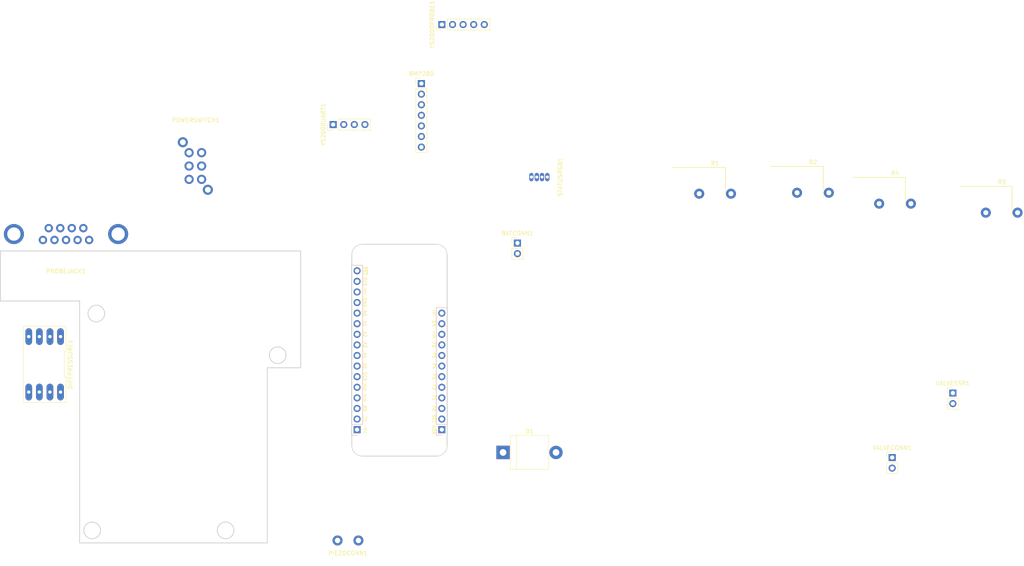
<source format=kicad_pcb>
(kicad_pcb (version 20171130) (host pcbnew 5.1.4-e60b266~84~ubuntu18.04.1)

  (general
    (thickness 1.6)
    (drawings 139)
    (tracks 0)
    (zones 0)
    (modules 22)
    (nets 29)
  )

  (page A4)
  (title_block
    (title WaveGlideNG)
  )

  (layers
    (0 F.Cu signal)
    (31 B.Cu signal)
    (32 B.Adhes user)
    (33 F.Adhes user)
    (34 B.Paste user)
    (35 F.Paste user)
    (36 B.SilkS user)
    (37 F.SilkS user)
    (38 B.Mask user)
    (39 F.Mask user)
    (40 Dwgs.User user)
    (41 Cmts.User user)
    (42 Eco1.User user)
    (43 Eco2.User user)
    (44 Edge.Cuts user)
    (45 Margin user)
    (46 B.CrtYd user)
    (47 F.CrtYd user)
    (48 B.Fab user)
    (49 F.Fab user)
  )

  (setup
    (last_trace_width 0.25)
    (trace_clearance 0.2)
    (zone_clearance 0.508)
    (zone_45_only no)
    (trace_min 0.2)
    (via_size 0.8)
    (via_drill 0.4)
    (via_min_size 0.4)
    (via_min_drill 0.3)
    (uvia_size 0.3)
    (uvia_drill 0.1)
    (uvias_allowed no)
    (uvia_min_size 0.2)
    (uvia_min_drill 0.1)
    (edge_width 0.15)
    (segment_width 0.2)
    (pcb_text_width 0.3)
    (pcb_text_size 1.5 1.5)
    (mod_edge_width 0.15)
    (mod_text_size 1 1)
    (mod_text_width 0.15)
    (pad_size 1.524 1.524)
    (pad_drill 0.762)
    (pad_to_mask_clearance 0.051)
    (solder_mask_min_width 0.25)
    (aux_axis_origin 0 0)
    (visible_elements FFFFFF7F)
    (pcbplotparams
      (layerselection 0x010fc_ffffffff)
      (usegerberextensions false)
      (usegerberattributes false)
      (usegerberadvancedattributes false)
      (creategerberjobfile false)
      (excludeedgelayer true)
      (linewidth 0.100000)
      (plotframeref false)
      (viasonmask false)
      (mode 1)
      (useauxorigin false)
      (hpglpennumber 1)
      (hpglpenspeed 20)
      (hpglpendiameter 15.000000)
      (psnegative false)
      (psa4output false)
      (plotreference true)
      (plotvalue true)
      (plotinvisibletext false)
      (padsonsilk false)
      (subtractmaskfromsilk false)
      (outputformat 1)
      (mirror false)
      (drillshape 1)
      (scaleselection 1)
      (outputdirectory ""))
  )

  (net 0 "")
  (net 1 /TX)
  (net 2 /RX)
  (net 3 /MISO)
  (net 4 /MOSI)
  (net 5 /SCK)
  (net 6 GND)
  (net 7 +3V3)
  (net 8 /VBAT)
  (net 9 OUT_BMP280_CS)
  (net 10 IN_DIFFPRES)
  (net 11 IN_USER2)
  (net 12 IN_USER1)
  (net 13 OUT_PIEZO1)
  (net 14 OUT_PIEZO2)
  (net 15 OUT_GREEN)
  (net 16 OUT_BLUE)
  (net 17 OUT_RED)
  (net 18 OUT_VALVE)
  (net 19 "Net-(D1-Pad1)")
  (net 20 "Net-(R1-Pad2)")
  (net 21 "Net-(R2-Pad2)")
  (net 22 "Net-(R3-Pad2)")
  (net 23 "Net-(R4-Pad1)")
  (net 24 PHOTO_CA)
  (net 25 PHOTO_AN)
  (net 26 RED_CA)
  (net 27 RED_AN)
  (net 28 POWERDISABLE)

  (net_class Default "This is the default net class."
    (clearance 0.2)
    (trace_width 0.25)
    (via_dia 0.8)
    (via_drill 0.4)
    (uvia_dia 0.3)
    (uvia_drill 0.1)
    (add_net +3V3)
    (add_net /MISO)
    (add_net /MOSI)
    (add_net /RX)
    (add_net /SCK)
    (add_net /TX)
    (add_net /VBAT)
    (add_net GND)
    (add_net IN_DIFFPRES)
    (add_net IN_USER1)
    (add_net IN_USER2)
    (add_net "Net-(D1-Pad1)")
    (add_net "Net-(R1-Pad2)")
    (add_net "Net-(R2-Pad2)")
    (add_net "Net-(R3-Pad2)")
    (add_net "Net-(R4-Pad1)")
    (add_net OUT_BLUE)
    (add_net OUT_BMP280_CS)
    (add_net OUT_GREEN)
    (add_net OUT_PIEZO1)
    (add_net OUT_PIEZO2)
    (add_net OUT_RED)
    (add_net OUT_VALVE)
    (add_net PHOTO_AN)
    (add_net PHOTO_CA)
    (add_net POWERDISABLE)
    (add_net RED_AN)
    (add_net RED_CA)
  )

  (net_class Power ""
    (clearance 0.4)
    (trace_width 0.75)
    (via_dia 0.8)
    (via_drill 0.4)
    (uvia_dia 0.3)
    (uvia_drill 0.1)
  )

  (module MountingHole:MountingHole_2.7mm_M2.5 locked (layer F.Cu) (tedit 5D377204) (tstamp 5D4FBE97)
    (at 254.585 116.6534 270)
    (descr "Mounting Hole 2.7mm, no annular, M2.5")
    (tags "mounting hole 2.7mm no annular m2.5")
    (attr virtual)
    (fp_text reference REF** (at 0 -3.7 90) (layer F.SilkS) hide
      (effects (font (size 1 1) (thickness 0.15)))
    )
    (fp_text value MountingHole_2.7mm_M2.5 (at 0 3.7 90) (layer F.Fab) hide
      (effects (font (size 1 1) (thickness 0.15)))
    )
    (fp_text user %R (at 0.3 0 90) (layer F.Fab) hide
      (effects (font (size 1 1) (thickness 0.15)))
    )
    (fp_circle (center 0 0) (end 2.7 0) (layer Cmts.User) (width 0.15))
    (fp_circle (center 0 0) (end 2.95 0) (layer F.CrtYd) (width 0.05))
    (pad 1 np_thru_hole circle (at 0 0 270) (size 2.7 2.7) (drill 2.7) (layers *.Cu *.Mask))
  )

  (module MountingHole:MountingHole_2.7mm_M2.5 locked (layer F.Cu) (tedit 5D377204) (tstamp 5D4FBE89)
    (at 236.805 116.6534 270)
    (descr "Mounting Hole 2.7mm, no annular, M2.5")
    (tags "mounting hole 2.7mm no annular m2.5")
    (attr virtual)
    (fp_text reference REF** (at 0 -3.7 90) (layer F.SilkS) hide
      (effects (font (size 1 1) (thickness 0.15)))
    )
    (fp_text value MountingHole_2.7mm_M2.5 (at 0 3.7 90) (layer F.Fab) hide
      (effects (font (size 1 1) (thickness 0.15)))
    )
    (fp_circle (center 0 0) (end 2.95 0) (layer F.CrtYd) (width 0.05))
    (fp_circle (center 0 0) (end 2.7 0) (layer Cmts.User) (width 0.15))
    (fp_text user %R (at 0.3 0 90) (layer F.Fab) hide
      (effects (font (size 1 1) (thickness 0.15)))
    )
    (pad 1 np_thru_hole circle (at 0 0 270) (size 2.7 2.7) (drill 2.7) (layers *.Cu *.Mask))
  )

  (module MountingHole:MountingHole_2.7mm_M2.5 locked (layer F.Cu) (tedit 5D377204) (tstamp 5D4FBE7B)
    (at 236.805 70.9334 270)
    (descr "Mounting Hole 2.7mm, no annular, M2.5")
    (tags "mounting hole 2.7mm no annular m2.5")
    (attr virtual)
    (fp_text reference REF** (at 0 -3.7 90) (layer F.SilkS) hide
      (effects (font (size 1 1) (thickness 0.15)))
    )
    (fp_text value MountingHole_2.7mm_M2.5 (at 0 3.7 90) (layer F.Fab) hide
      (effects (font (size 1 1) (thickness 0.15)))
    )
    (fp_text user %R (at 0.3 0 90) (layer F.Fab) hide
      (effects (font (size 1 1) (thickness 0.15)))
    )
    (fp_circle (center 0 0) (end 2.7 0) (layer Cmts.User) (width 0.15))
    (fp_circle (center 0 0) (end 2.95 0) (layer F.CrtYd) (width 0.05))
    (pad 1 np_thru_hole circle (at 0 0 270) (size 2.7 2.7) (drill 2.7) (layers *.Cu *.Mask))
  )

  (module MountingHole:MountingHole_2.7mm_M2.5 locked (layer F.Cu) (tedit 5D377204) (tstamp 5D4FBE61)
    (at 254.585 70.9334 270)
    (descr "Mounting Hole 2.7mm, no annular, M2.5")
    (tags "mounting hole 2.7mm no annular m2.5")
    (attr virtual)
    (fp_text reference REF** (at 0 -3.7 90) (layer F.SilkS) hide
      (effects (font (size 1 1) (thickness 0.15)))
    )
    (fp_text value MountingHole_2.7mm_M2.5 (at 0 3.7 90) (layer F.Fab) hide
      (effects (font (size 1 1) (thickness 0.15)))
    )
    (fp_circle (center 0 0) (end 2.95 0) (layer F.CrtYd) (width 0.05))
    (fp_circle (center 0 0) (end 2.7 0) (layer Cmts.User) (width 0.15))
    (fp_text user %R (at 0.3 0 90) (layer F.Fab) hide
      (effects (font (size 1 1) (thickness 0.15)))
    )
    (pad 1 np_thru_hole circle (at 0 0 270) (size 2.7 2.7) (drill 2.7) (layers *.Cu *.Mask))
  )

  (module Connector_PinHeader_2.54mm:PinHeader_1x16_P2.54mm_Vertical (layer B.Cu) (tedit 5D3772F9) (tstamp 5D4FBF56)
    (at 235.535 112.8434)
    (descr "Through hole straight pin header, 1x16, 2.54mm pitch, single row")
    (tags "Through hole pin header THT 1x16 2.54mm single row")
    (path /5D375C76)
    (fp_text reference FEATHERBLELONG1 (at 0 2.33) (layer B.SilkS) hide
      (effects (font (size 1 1) (thickness 0.15)) (justify mirror))
    )
    (fp_text value FEATHERBLELONG (at 0 -40.43) (layer B.Fab) hide
      (effects (font (size 1 1) (thickness 0.15)) (justify mirror))
    )
    (fp_line (start -0.635 1.27) (end 1.27 1.27) (layer B.Fab) (width 0.1))
    (fp_line (start 1.27 1.27) (end 1.27 -39.37) (layer B.Fab) (width 0.1))
    (fp_line (start 1.27 -39.37) (end -1.27 -39.37) (layer B.Fab) (width 0.1))
    (fp_line (start -1.27 -39.37) (end -1.27 0.635) (layer B.Fab) (width 0.1))
    (fp_line (start -1.27 0.635) (end -0.635 1.27) (layer B.Fab) (width 0.1))
    (fp_line (start -1.33 -39.43) (end 1.33 -39.43) (layer B.SilkS) (width 0.12))
    (fp_line (start -1.33 -1.27) (end -1.33 -39.43) (layer B.SilkS) (width 0.12))
    (fp_line (start 1.33 -1.27) (end 1.33 -39.43) (layer B.SilkS) (width 0.12))
    (fp_line (start -1.33 -1.27) (end 1.33 -1.27) (layer B.SilkS) (width 0.12))
    (fp_line (start -1.33 0) (end -1.33 1.33) (layer B.SilkS) (width 0.12))
    (fp_line (start -1.33 1.33) (end 0 1.33) (layer B.SilkS) (width 0.12))
    (fp_line (start -1.8 1.8) (end -1.8 -39.9) (layer B.CrtYd) (width 0.05))
    (fp_line (start -1.8 -39.9) (end 1.8 -39.9) (layer B.CrtYd) (width 0.05))
    (fp_line (start 1.8 -39.9) (end 1.8 1.8) (layer B.CrtYd) (width 0.05))
    (fp_line (start 1.8 1.8) (end -1.8 1.8) (layer B.CrtYd) (width 0.05))
    (fp_text user %R (at 0 -19.05 90) (layer B.Fab)
      (effects (font (size 1 1) (thickness 0.15)) (justify mirror))
    )
    (pad 1 thru_hole rect (at 0 0) (size 1.7 1.7) (drill 1) (layers *.Cu *.Mask))
    (pad 2 thru_hole oval (at 0 -2.54) (size 1.7 1.7) (drill 1) (layers *.Cu *.Mask)
      (net 1 /TX))
    (pad 3 thru_hole oval (at 0 -5.08) (size 1.7 1.7) (drill 1) (layers *.Cu *.Mask)
      (net 2 /RX))
    (pad 4 thru_hole oval (at 0 -7.62) (size 1.7 1.7) (drill 1) (layers *.Cu *.Mask)
      (net 3 /MISO))
    (pad 5 thru_hole oval (at 0 -10.16) (size 1.7 1.7) (drill 1) (layers *.Cu *.Mask)
      (net 4 /MOSI))
    (pad 6 thru_hole oval (at 0 -12.7) (size 1.7 1.7) (drill 1) (layers *.Cu *.Mask)
      (net 5 /SCK))
    (pad 7 thru_hole oval (at 0 -15.24) (size 1.7 1.7) (drill 1) (layers *.Cu *.Mask)
      (net 9 OUT_BMP280_CS))
    (pad 8 thru_hole oval (at 0 -17.78) (size 1.7 1.7) (drill 1) (layers *.Cu *.Mask)
      (net 10 IN_DIFFPRES))
    (pad 9 thru_hole oval (at 0 -20.32) (size 1.7 1.7) (drill 1) (layers *.Cu *.Mask))
    (pad 10 thru_hole oval (at 0 -22.86) (size 1.7 1.7) (drill 1) (layers *.Cu *.Mask)
      (net 11 IN_USER2))
    (pad 11 thru_hole oval (at 0 -25.4) (size 1.7 1.7) (drill 1) (layers *.Cu *.Mask)
      (net 12 IN_USER1))
    (pad 12 thru_hole oval (at 0 -27.94) (size 1.7 1.7) (drill 1) (layers *.Cu *.Mask))
    (pad 13 thru_hole oval (at 0 -30.48) (size 1.7 1.7) (drill 1) (layers *.Cu *.Mask)
      (net 6 GND))
    (pad 14 thru_hole oval (at 0 -33.02) (size 1.7 1.7) (drill 1) (layers *.Cu *.Mask))
    (pad 15 thru_hole oval (at 0 -35.56) (size 1.7 1.7) (drill 1) (layers *.Cu *.Mask)
      (net 7 +3V3))
    (pad 16 thru_hole oval (at 0 -38.1) (size 1.7 1.7) (drill 1) (layers *.Cu *.Mask))
    (model ${KISYS3DMOD}/Connector_PinHeader_2.54mm.3dshapes/PinHeader_1x16_P2.54mm_Vertical.wrl
      (at (xyz 0 0 0))
      (scale (xyz 1 1 1))
      (rotate (xyz 0 0 0))
    )
  )

  (module Connector_PinHeader_2.54mm:PinHeader_1x12_P2.54mm_Vertical (layer B.Cu) (tedit 5D3772F5) (tstamp 5D4FBF76)
    (at 255.855 112.8434)
    (descr "Through hole straight pin header, 1x12, 2.54mm pitch, single row")
    (tags "Through hole pin header THT 1x12 2.54mm single row")
    (path /5D375CC4)
    (fp_text reference FEATHERBLESHORT1 (at 0 2.33) (layer B.SilkS) hide
      (effects (font (size 1 1) (thickness 0.15)) (justify mirror))
    )
    (fp_text value FEATHERBLESHORT (at 0 -30.27) (layer B.Fab) hide
      (effects (font (size 1 1) (thickness 0.15)) (justify mirror))
    )
    (fp_line (start -0.635 1.27) (end 1.27 1.27) (layer B.Fab) (width 0.1))
    (fp_line (start 1.27 1.27) (end 1.27 -29.21) (layer B.Fab) (width 0.1))
    (fp_line (start 1.27 -29.21) (end -1.27 -29.21) (layer B.Fab) (width 0.1))
    (fp_line (start -1.27 -29.21) (end -1.27 0.635) (layer B.Fab) (width 0.1))
    (fp_line (start -1.27 0.635) (end -0.635 1.27) (layer B.Fab) (width 0.1))
    (fp_line (start -1.33 -29.27) (end 1.33 -29.27) (layer B.SilkS) (width 0.12))
    (fp_line (start -1.33 -1.27) (end -1.33 -29.27) (layer B.SilkS) (width 0.12))
    (fp_line (start 1.33 -1.27) (end 1.33 -29.27) (layer B.SilkS) (width 0.12))
    (fp_line (start -1.33 -1.27) (end 1.33 -1.27) (layer B.SilkS) (width 0.12))
    (fp_line (start -1.33 0) (end -1.33 1.33) (layer B.SilkS) (width 0.12))
    (fp_line (start -1.33 1.33) (end 0 1.33) (layer B.SilkS) (width 0.12))
    (fp_line (start -1.8 1.8) (end -1.8 -29.75) (layer B.CrtYd) (width 0.05))
    (fp_line (start -1.8 -29.75) (end 1.8 -29.75) (layer B.CrtYd) (width 0.05))
    (fp_line (start 1.8 -29.75) (end 1.8 1.8) (layer B.CrtYd) (width 0.05))
    (fp_line (start 1.8 1.8) (end -1.8 1.8) (layer B.CrtYd) (width 0.05))
    (fp_text user %R (at 0 -13.97 90) (layer B.Fab)
      (effects (font (size 1 1) (thickness 0.15)) (justify mirror))
    )
    (pad 1 thru_hole rect (at 0 0) (size 1.7 1.7) (drill 1) (layers *.Cu *.Mask))
    (pad 2 thru_hole oval (at 0 -2.54) (size 1.7 1.7) (drill 1) (layers *.Cu *.Mask))
    (pad 3 thru_hole oval (at 0 -5.08) (size 1.7 1.7) (drill 1) (layers *.Cu *.Mask)
      (net 13 OUT_PIEZO1))
    (pad 4 thru_hole oval (at 0 -7.62) (size 1.7 1.7) (drill 1) (layers *.Cu *.Mask)
      (net 14 OUT_PIEZO2))
    (pad 5 thru_hole oval (at 0 -10.16) (size 1.7 1.7) (drill 1) (layers *.Cu *.Mask))
    (pad 6 thru_hole oval (at 0 -12.7) (size 1.7 1.7) (drill 1) (layers *.Cu *.Mask)
      (net 15 OUT_GREEN))
    (pad 7 thru_hole oval (at 0 -15.24) (size 1.7 1.7) (drill 1) (layers *.Cu *.Mask)
      (net 16 OUT_BLUE))
    (pad 8 thru_hole oval (at 0 -17.78) (size 1.7 1.7) (drill 1) (layers *.Cu *.Mask)
      (net 17 OUT_RED))
    (pad 9 thru_hole oval (at 0 -20.32) (size 1.7 1.7) (drill 1) (layers *.Cu *.Mask)
      (net 18 OUT_VALVE))
    (pad 10 thru_hole oval (at 0 -22.86) (size 1.7 1.7) (drill 1) (layers *.Cu *.Mask))
    (pad 11 thru_hole oval (at 0 -25.4) (size 1.7 1.7) (drill 1) (layers *.Cu *.Mask)
      (net 28 POWERDISABLE))
    (pad 12 thru_hole oval (at 0 -27.94) (size 1.7 1.7) (drill 1) (layers *.Cu *.Mask)
      (net 8 /VBAT))
    (model ${KISYS3DMOD}/Connector_PinHeader_2.54mm.3dshapes/PinHeader_1x12_P2.54mm_Vertical.wrl
      (at (xyz 0 0 0))
      (scale (xyz 1 1 1))
      (rotate (xyz 0 0 0))
    )
  )

  (module Pin_Headers:Pin_Header_Straight_1x02_Pitch2.54mm (layer F.Cu) (tedit 59650532) (tstamp 5D7B94F9)
    (at 273.9898 68.0974)
    (descr "Through hole straight pin header, 1x02, 2.54mm pitch, single row")
    (tags "Through hole pin header THT 1x02 2.54mm single row")
    (path /5D7CE8BD)
    (fp_text reference BATCONN1 (at 0 -2.33) (layer F.SilkS)
      (effects (font (size 1 1) (thickness 0.15)))
    )
    (fp_text value BATCONN (at 0 4.87) (layer F.Fab)
      (effects (font (size 1 1) (thickness 0.15)))
    )
    (fp_text user %R (at 0 1.27 90) (layer F.Fab)
      (effects (font (size 1 1) (thickness 0.15)))
    )
    (fp_line (start 1.8 -1.8) (end -1.8 -1.8) (layer F.CrtYd) (width 0.05))
    (fp_line (start 1.8 4.35) (end 1.8 -1.8) (layer F.CrtYd) (width 0.05))
    (fp_line (start -1.8 4.35) (end 1.8 4.35) (layer F.CrtYd) (width 0.05))
    (fp_line (start -1.8 -1.8) (end -1.8 4.35) (layer F.CrtYd) (width 0.05))
    (fp_line (start -1.33 -1.33) (end 0 -1.33) (layer F.SilkS) (width 0.12))
    (fp_line (start -1.33 0) (end -1.33 -1.33) (layer F.SilkS) (width 0.12))
    (fp_line (start -1.33 1.27) (end 1.33 1.27) (layer F.SilkS) (width 0.12))
    (fp_line (start 1.33 1.27) (end 1.33 3.87) (layer F.SilkS) (width 0.12))
    (fp_line (start -1.33 1.27) (end -1.33 3.87) (layer F.SilkS) (width 0.12))
    (fp_line (start -1.33 3.87) (end 1.33 3.87) (layer F.SilkS) (width 0.12))
    (fp_line (start -1.27 -0.635) (end -0.635 -1.27) (layer F.Fab) (width 0.1))
    (fp_line (start -1.27 3.81) (end -1.27 -0.635) (layer F.Fab) (width 0.1))
    (fp_line (start 1.27 3.81) (end -1.27 3.81) (layer F.Fab) (width 0.1))
    (fp_line (start 1.27 -1.27) (end 1.27 3.81) (layer F.Fab) (width 0.1))
    (fp_line (start -0.635 -1.27) (end 1.27 -1.27) (layer F.Fab) (width 0.1))
    (pad 2 thru_hole oval (at 0 2.54) (size 1.7 1.7) (drill 1) (layers *.Cu *.Mask)
      (net 6 GND))
    (pad 1 thru_hole rect (at 0 0) (size 1.7 1.7) (drill 1) (layers *.Cu *.Mask)
      (net 8 /VBAT))
    (model ${KISYS3DMOD}/Pin_Headers.3dshapes/Pin_Header_Straight_1x02_Pitch2.54mm.wrl
      (at (xyz 0 0 0))
      (scale (xyz 1 1 1))
      (rotate (xyz 0 0 0))
    )
  )

  (module Pin_Headers:Pin_Header_Straight_1x07_Pitch2.54mm (layer F.Cu) (tedit 59650532) (tstamp 5D7B9955)
    (at 250.952 29.845)
    (descr "Through hole straight pin header, 1x07, 2.54mm pitch, single row")
    (tags "Through hole pin header THT 1x07 2.54mm single row")
    (path /5D7C07D6)
    (fp_text reference BMP280 (at 0 -2.33) (layer F.SilkS)
      (effects (font (size 1 1) (thickness 0.15)))
    )
    (fp_text value BMP280 (at 0 17.57) (layer F.Fab)
      (effects (font (size 1 1) (thickness 0.15)))
    )
    (fp_line (start -0.635 -1.27) (end 1.27 -1.27) (layer F.Fab) (width 0.1))
    (fp_line (start 1.27 -1.27) (end 1.27 16.51) (layer F.Fab) (width 0.1))
    (fp_line (start 1.27 16.51) (end -1.27 16.51) (layer F.Fab) (width 0.1))
    (fp_line (start -1.27 16.51) (end -1.27 -0.635) (layer F.Fab) (width 0.1))
    (fp_line (start -1.27 -0.635) (end -0.635 -1.27) (layer F.Fab) (width 0.1))
    (fp_line (start -1.33 16.57) (end 1.33 16.57) (layer F.SilkS) (width 0.12))
    (fp_line (start -1.33 1.27) (end -1.33 16.57) (layer F.SilkS) (width 0.12))
    (fp_line (start 1.33 1.27) (end 1.33 16.57) (layer F.SilkS) (width 0.12))
    (fp_line (start -1.33 1.27) (end 1.33 1.27) (layer F.SilkS) (width 0.12))
    (fp_line (start -1.33 0) (end -1.33 -1.33) (layer F.SilkS) (width 0.12))
    (fp_line (start -1.33 -1.33) (end 0 -1.33) (layer F.SilkS) (width 0.12))
    (fp_line (start -1.8 -1.8) (end -1.8 17.05) (layer F.CrtYd) (width 0.05))
    (fp_line (start -1.8 17.05) (end 1.8 17.05) (layer F.CrtYd) (width 0.05))
    (fp_line (start 1.8 17.05) (end 1.8 -1.8) (layer F.CrtYd) (width 0.05))
    (fp_line (start 1.8 -1.8) (end -1.8 -1.8) (layer F.CrtYd) (width 0.05))
    (fp_text user %R (at 0 7.62 90) (layer F.Fab)
      (effects (font (size 1 1) (thickness 0.15)))
    )
    (pad 1 thru_hole rect (at 0 0) (size 1.7 1.7) (drill 1) (layers *.Cu *.Mask)
      (net 7 +3V3))
    (pad 2 thru_hole oval (at 0 2.54) (size 1.7 1.7) (drill 1) (layers *.Cu *.Mask))
    (pad 3 thru_hole oval (at 0 5.08) (size 1.7 1.7) (drill 1) (layers *.Cu *.Mask)
      (net 6 GND))
    (pad 4 thru_hole oval (at 0 7.62) (size 1.7 1.7) (drill 1) (layers *.Cu *.Mask)
      (net 5 /SCK))
    (pad 5 thru_hole oval (at 0 10.16) (size 1.7 1.7) (drill 1) (layers *.Cu *.Mask)
      (net 3 /MISO))
    (pad 6 thru_hole oval (at 0 12.7) (size 1.7 1.7) (drill 1) (layers *.Cu *.Mask)
      (net 4 /MOSI))
    (pad 7 thru_hole oval (at 0 15.24) (size 1.7 1.7) (drill 1) (layers *.Cu *.Mask)
      (net 9 OUT_BMP280_CS))
    (model ${KISYS3DMOD}/Pin_Headers.3dshapes/Pin_Header_Straight_1x07_Pitch2.54mm.wrl
      (at (xyz 0 0 0))
      (scale (xyz 1 1 1))
      (rotate (xyz 0 0 0))
    )
  )

  (module Diodes_ThroughHole:D_5KPW_P12.70mm_Horizontal (layer F.Cu) (tedit 5921392E) (tstamp 5D7B996E)
    (at 270.5354 118.3132)
    (descr "D, 5KPW series, Axial, Horizontal, pin pitch=12.7mm, , length*diameter=9*8mm^2, , http://www.diodes.com/_files/packages/8686949.gif")
    (tags "D 5KPW series Axial Horizontal pin pitch 12.7mm  length 9mm diameter 8mm")
    (path /5D7CBF0A)
    (fp_text reference D1 (at 6.35 -5.06) (layer F.SilkS)
      (effects (font (size 1 1) (thickness 0.15)))
    )
    (fp_text value D (at 6.35 5.06) (layer F.Fab)
      (effects (font (size 1 1) (thickness 0.15)))
    )
    (fp_line (start 14.55 -4.35) (end -1.85 -4.35) (layer F.CrtYd) (width 0.05))
    (fp_line (start 14.55 4.35) (end 14.55 -4.35) (layer F.CrtYd) (width 0.05))
    (fp_line (start -1.85 4.35) (end 14.55 4.35) (layer F.CrtYd) (width 0.05))
    (fp_line (start -1.85 -4.35) (end -1.85 4.35) (layer F.CrtYd) (width 0.05))
    (fp_line (start 3.2 -4.06) (end 3.2 4.06) (layer F.SilkS) (width 0.12))
    (fp_line (start 10.92 0) (end 10.91 0) (layer F.SilkS) (width 0.12))
    (fp_line (start 1.78 0) (end 1.79 0) (layer F.SilkS) (width 0.12))
    (fp_line (start 10.91 -4.06) (end 1.79 -4.06) (layer F.SilkS) (width 0.12))
    (fp_line (start 10.91 4.06) (end 10.91 -4.06) (layer F.SilkS) (width 0.12))
    (fp_line (start 1.79 4.06) (end 10.91 4.06) (layer F.SilkS) (width 0.12))
    (fp_line (start 1.79 -4.06) (end 1.79 4.06) (layer F.SilkS) (width 0.12))
    (fp_line (start 3.2 -4) (end 3.2 4) (layer F.Fab) (width 0.1))
    (fp_line (start 12.7 0) (end 10.85 0) (layer F.Fab) (width 0.1))
    (fp_line (start 0 0) (end 1.85 0) (layer F.Fab) (width 0.1))
    (fp_line (start 10.85 -4) (end 1.85 -4) (layer F.Fab) (width 0.1))
    (fp_line (start 10.85 4) (end 10.85 -4) (layer F.Fab) (width 0.1))
    (fp_line (start 1.85 4) (end 10.85 4) (layer F.Fab) (width 0.1))
    (fp_line (start 1.85 -4) (end 1.85 4) (layer F.Fab) (width 0.1))
    (fp_text user %R (at 6.35 0) (layer F.Fab)
      (effects (font (size 1 1) (thickness 0.15)))
    )
    (pad 2 thru_hole oval (at 12.7 0) (size 3.2 3.2) (drill 1.6) (layers *.Cu *.Mask)
      (net 6 GND))
    (pad 1 thru_hole rect (at 0 0) (size 3.2 3.2) (drill 1.6) (layers *.Cu *.Mask)
      (net 19 "Net-(D1-Pad1)"))
    (model ${KISYS3DMOD}/Diodes_THT.3dshapes/D_5KPW_P12.70mm_Horizontal.wrl
      (at (xyz 0 0 0))
      (scale (xyz 0.393701 0.393701 0.393701))
      (rotate (xyz 0 0 0))
    )
  )

  (module Resistors_ThroughHole:R_Axial_Power_L48.0mm_W12.5mm_P7.62mm_Vertical (layer F.Cu) (tedit 5874F706) (tstamp 5D7B99B3)
    (at 317.5762 56.261)
    (descr "Resistor, Axial_Power series, Axial, Vertical, pin pitch=7.62mm, 15W, length*width*height=48*12.5*12.5mm^3, http://cdn-reichelt.de/documents/datenblatt/B400/5WAXIAL_9WAXIAL_11WAXIAL_17WAXIAL%23YAG.pdf")
    (tags "Resistor Axial_Power series Axial Vertical pin pitch 7.62mm 15W length 48mm width 12.5mm height 12.5mm")
    (path /5D918C97)
    (fp_text reference R1 (at 3.81 -7.31) (layer F.SilkS)
      (effects (font (size 1 1) (thickness 0.15)))
    )
    (fp_text value 120 (at 3.81 7.31) (layer F.Fab)
      (effects (font (size 1 1) (thickness 0.15)))
    )
    (fp_line (start 9.15 -6.6) (end -6.6 -6.6) (layer F.CrtYd) (width 0.05))
    (fp_line (start 9.15 6.6) (end 9.15 -6.6) (layer F.CrtYd) (width 0.05))
    (fp_line (start -6.6 6.6) (end 9.15 6.6) (layer F.CrtYd) (width 0.05))
    (fp_line (start -6.6 -6.6) (end -6.6 6.6) (layer F.CrtYd) (width 0.05))
    (fp_line (start 6.31 -6.31) (end 6.31 1.26) (layer F.SilkS) (width 0.12))
    (fp_line (start -6.31 -6.31) (end 6.31 -6.31) (layer F.SilkS) (width 0.12))
    (fp_line (start 6.31 -6.31) (end -6.31 -6.31) (layer F.SilkS) (width 0.12))
    (fp_line (start 6.31 -1.26) (end 6.31 -6.31) (layer F.SilkS) (width 0.12))
    (fp_line (start 0 0) (end 7.62 0) (layer F.Fab) (width 0.1))
    (fp_line (start 6.25 -6.25) (end -6.25 -6.25) (layer F.Fab) (width 0.1))
    (fp_line (start 6.25 6.25) (end 6.25 -6.25) (layer F.Fab) (width 0.1))
    (fp_line (start -6.25 6.25) (end 6.25 6.25) (layer F.Fab) (width 0.1))
    (fp_line (start -6.25 -6.25) (end -6.25 6.25) (layer F.Fab) (width 0.1))
    (pad 2 thru_hole oval (at 7.62 0) (size 2.4 2.4) (drill 1.2) (layers *.Cu *.Mask)
      (net 20 "Net-(R1-Pad2)"))
    (pad 1 thru_hole circle (at 0 0) (size 2.4 2.4) (drill 1.2) (layers *.Cu *.Mask)
      (net 17 OUT_RED))
    (model ${KISYS3DMOD}/Resistors_THT.3dshapes/R_Axial_Power_L48.0mm_W12.5mm_P7.62mm_Vertical.wrl
      (at (xyz 0 0 0))
      (scale (xyz 0.393701 0.393701 0.393701))
      (rotate (xyz 0 0 0))
    )
  )

  (module Resistors_ThroughHole:R_Axial_Power_L48.0mm_W12.5mm_P7.62mm_Vertical (layer F.Cu) (tedit 5874F706) (tstamp 5D7B99C6)
    (at 341.0458 56.0324)
    (descr "Resistor, Axial_Power series, Axial, Vertical, pin pitch=7.62mm, 15W, length*width*height=48*12.5*12.5mm^3, http://cdn-reichelt.de/documents/datenblatt/B400/5WAXIAL_9WAXIAL_11WAXIAL_17WAXIAL%23YAG.pdf")
    (tags "Resistor Axial_Power series Axial Vertical pin pitch 7.62mm 15W length 48mm width 12.5mm height 12.5mm")
    (path /5D9190FB)
    (fp_text reference R2 (at 3.81 -7.31) (layer F.SilkS)
      (effects (font (size 1 1) (thickness 0.15)))
    )
    (fp_text value 30 (at 3.81 7.31) (layer F.Fab)
      (effects (font (size 1 1) (thickness 0.15)))
    )
    (fp_line (start -6.25 -6.25) (end -6.25 6.25) (layer F.Fab) (width 0.1))
    (fp_line (start -6.25 6.25) (end 6.25 6.25) (layer F.Fab) (width 0.1))
    (fp_line (start 6.25 6.25) (end 6.25 -6.25) (layer F.Fab) (width 0.1))
    (fp_line (start 6.25 -6.25) (end -6.25 -6.25) (layer F.Fab) (width 0.1))
    (fp_line (start 0 0) (end 7.62 0) (layer F.Fab) (width 0.1))
    (fp_line (start 6.31 -1.26) (end 6.31 -6.31) (layer F.SilkS) (width 0.12))
    (fp_line (start 6.31 -6.31) (end -6.31 -6.31) (layer F.SilkS) (width 0.12))
    (fp_line (start -6.31 -6.31) (end 6.31 -6.31) (layer F.SilkS) (width 0.12))
    (fp_line (start 6.31 -6.31) (end 6.31 1.26) (layer F.SilkS) (width 0.12))
    (fp_line (start -6.6 -6.6) (end -6.6 6.6) (layer F.CrtYd) (width 0.05))
    (fp_line (start -6.6 6.6) (end 9.15 6.6) (layer F.CrtYd) (width 0.05))
    (fp_line (start 9.15 6.6) (end 9.15 -6.6) (layer F.CrtYd) (width 0.05))
    (fp_line (start 9.15 -6.6) (end -6.6 -6.6) (layer F.CrtYd) (width 0.05))
    (pad 1 thru_hole circle (at 0 0) (size 2.4 2.4) (drill 1.2) (layers *.Cu *.Mask)
      (net 16 OUT_BLUE))
    (pad 2 thru_hole oval (at 7.62 0) (size 2.4 2.4) (drill 1.2) (layers *.Cu *.Mask)
      (net 21 "Net-(R2-Pad2)"))
    (model ${KISYS3DMOD}/Resistors_THT.3dshapes/R_Axial_Power_L48.0mm_W12.5mm_P7.62mm_Vertical.wrl
      (at (xyz 0 0 0))
      (scale (xyz 0.393701 0.393701 0.393701))
      (rotate (xyz 0 0 0))
    )
  )

  (module Resistors_ThroughHole:R_Axial_Power_L48.0mm_W12.5mm_P7.62mm_Vertical (layer F.Cu) (tedit 5874F706) (tstamp 5D7B99D9)
    (at 386.3086 60.8076)
    (descr "Resistor, Axial_Power series, Axial, Vertical, pin pitch=7.62mm, 15W, length*width*height=48*12.5*12.5mm^3, http://cdn-reichelt.de/documents/datenblatt/B400/5WAXIAL_9WAXIAL_11WAXIAL_17WAXIAL%23YAG.pdf")
    (tags "Resistor Axial_Power series Axial Vertical pin pitch 7.62mm 15W length 48mm width 12.5mm height 12.5mm")
    (path /5D91933B)
    (fp_text reference R3 (at 3.81 -7.31) (layer F.SilkS)
      (effects (font (size 1 1) (thickness 0.15)))
    )
    (fp_text value 10 (at 3.81 7.31) (layer F.Fab)
      (effects (font (size 1 1) (thickness 0.15)))
    )
    (fp_line (start 9.15 -6.6) (end -6.6 -6.6) (layer F.CrtYd) (width 0.05))
    (fp_line (start 9.15 6.6) (end 9.15 -6.6) (layer F.CrtYd) (width 0.05))
    (fp_line (start -6.6 6.6) (end 9.15 6.6) (layer F.CrtYd) (width 0.05))
    (fp_line (start -6.6 -6.6) (end -6.6 6.6) (layer F.CrtYd) (width 0.05))
    (fp_line (start 6.31 -6.31) (end 6.31 1.26) (layer F.SilkS) (width 0.12))
    (fp_line (start -6.31 -6.31) (end 6.31 -6.31) (layer F.SilkS) (width 0.12))
    (fp_line (start 6.31 -6.31) (end -6.31 -6.31) (layer F.SilkS) (width 0.12))
    (fp_line (start 6.31 -1.26) (end 6.31 -6.31) (layer F.SilkS) (width 0.12))
    (fp_line (start 0 0) (end 7.62 0) (layer F.Fab) (width 0.1))
    (fp_line (start 6.25 -6.25) (end -6.25 -6.25) (layer F.Fab) (width 0.1))
    (fp_line (start 6.25 6.25) (end 6.25 -6.25) (layer F.Fab) (width 0.1))
    (fp_line (start -6.25 6.25) (end 6.25 6.25) (layer F.Fab) (width 0.1))
    (fp_line (start -6.25 -6.25) (end -6.25 6.25) (layer F.Fab) (width 0.1))
    (pad 2 thru_hole oval (at 7.62 0) (size 2.4 2.4) (drill 1.2) (layers *.Cu *.Mask)
      (net 22 "Net-(R3-Pad2)"))
    (pad 1 thru_hole circle (at 0 0) (size 2.4 2.4) (drill 1.2) (layers *.Cu *.Mask)
      (net 15 OUT_GREEN))
    (model ${KISYS3DMOD}/Resistors_THT.3dshapes/R_Axial_Power_L48.0mm_W12.5mm_P7.62mm_Vertical.wrl
      (at (xyz 0 0 0))
      (scale (xyz 0.393701 0.393701 0.393701))
      (rotate (xyz 0 0 0))
    )
  )

  (module Resistors_ThroughHole:R_Axial_Power_L48.0mm_W12.5mm_P7.62mm_Vertical (layer F.Cu) (tedit 5874F706) (tstamp 5D7B99EC)
    (at 360.7308 58.6486)
    (descr "Resistor, Axial_Power series, Axial, Vertical, pin pitch=7.62mm, 15W, length*width*height=48*12.5*12.5mm^3, http://cdn-reichelt.de/documents/datenblatt/B400/5WAXIAL_9WAXIAL_11WAXIAL_17WAXIAL%23YAG.pdf")
    (tags "Resistor Axial_Power series Axial Vertical pin pitch 7.62mm 15W length 48mm width 12.5mm height 12.5mm")
    (path /5D7CD526)
    (fp_text reference R4 (at 3.81 -7.31) (layer F.SilkS)
      (effects (font (size 1 1) (thickness 0.15)))
    )
    (fp_text value 360 (at 3.81 7.31) (layer F.Fab)
      (effects (font (size 1 1) (thickness 0.15)))
    )
    (fp_line (start -6.25 -6.25) (end -6.25 6.25) (layer F.Fab) (width 0.1))
    (fp_line (start -6.25 6.25) (end 6.25 6.25) (layer F.Fab) (width 0.1))
    (fp_line (start 6.25 6.25) (end 6.25 -6.25) (layer F.Fab) (width 0.1))
    (fp_line (start 6.25 -6.25) (end -6.25 -6.25) (layer F.Fab) (width 0.1))
    (fp_line (start 0 0) (end 7.62 0) (layer F.Fab) (width 0.1))
    (fp_line (start 6.31 -1.26) (end 6.31 -6.31) (layer F.SilkS) (width 0.12))
    (fp_line (start 6.31 -6.31) (end -6.31 -6.31) (layer F.SilkS) (width 0.12))
    (fp_line (start -6.31 -6.31) (end 6.31 -6.31) (layer F.SilkS) (width 0.12))
    (fp_line (start 6.31 -6.31) (end 6.31 1.26) (layer F.SilkS) (width 0.12))
    (fp_line (start -6.6 -6.6) (end -6.6 6.6) (layer F.CrtYd) (width 0.05))
    (fp_line (start -6.6 6.6) (end 9.15 6.6) (layer F.CrtYd) (width 0.05))
    (fp_line (start 9.15 6.6) (end 9.15 -6.6) (layer F.CrtYd) (width 0.05))
    (fp_line (start 9.15 -6.6) (end -6.6 -6.6) (layer F.CrtYd) (width 0.05))
    (pad 1 thru_hole circle (at 0 0) (size 2.4 2.4) (drill 1.2) (layers *.Cu *.Mask)
      (net 23 "Net-(R4-Pad1)"))
    (pad 2 thru_hole oval (at 7.62 0) (size 2.4 2.4) (drill 1.2) (layers *.Cu *.Mask)
      (net 18 OUT_VALVE))
    (model ${KISYS3DMOD}/Resistors_THT.3dshapes/R_Axial_Power_L48.0mm_W12.5mm_P7.62mm_Vertical.wrl
      (at (xyz 0 0 0))
      (scale (xyz 0.393701 0.393701 0.393701))
      (rotate (xyz 0 0 0))
    )
  )

  (module Pin_Headers:Pin_Header_Straight_1x02_Pitch2.54mm (layer F.Cu) (tedit 59650532) (tstamp 5D7B9A16)
    (at 363.855 119.5324)
    (descr "Through hole straight pin header, 1x02, 2.54mm pitch, single row")
    (tags "Through hole pin header THT 1x02 2.54mm single row")
    (path /5D7CE25E)
    (fp_text reference VALVECONN1 (at 0 -2.33) (layer F.SilkS)
      (effects (font (size 1 1) (thickness 0.15)))
    )
    (fp_text value VALVECONN (at 0 4.87) (layer F.Fab)
      (effects (font (size 1 1) (thickness 0.15)))
    )
    (fp_text user %R (at 0 1.27 90) (layer F.Fab)
      (effects (font (size 1 1) (thickness 0.15)))
    )
    (fp_line (start 1.8 -1.8) (end -1.8 -1.8) (layer F.CrtYd) (width 0.05))
    (fp_line (start 1.8 4.35) (end 1.8 -1.8) (layer F.CrtYd) (width 0.05))
    (fp_line (start -1.8 4.35) (end 1.8 4.35) (layer F.CrtYd) (width 0.05))
    (fp_line (start -1.8 -1.8) (end -1.8 4.35) (layer F.CrtYd) (width 0.05))
    (fp_line (start -1.33 -1.33) (end 0 -1.33) (layer F.SilkS) (width 0.12))
    (fp_line (start -1.33 0) (end -1.33 -1.33) (layer F.SilkS) (width 0.12))
    (fp_line (start -1.33 1.27) (end 1.33 1.27) (layer F.SilkS) (width 0.12))
    (fp_line (start 1.33 1.27) (end 1.33 3.87) (layer F.SilkS) (width 0.12))
    (fp_line (start -1.33 1.27) (end -1.33 3.87) (layer F.SilkS) (width 0.12))
    (fp_line (start -1.33 3.87) (end 1.33 3.87) (layer F.SilkS) (width 0.12))
    (fp_line (start -1.27 -0.635) (end -0.635 -1.27) (layer F.Fab) (width 0.1))
    (fp_line (start -1.27 3.81) (end -1.27 -0.635) (layer F.Fab) (width 0.1))
    (fp_line (start 1.27 3.81) (end -1.27 3.81) (layer F.Fab) (width 0.1))
    (fp_line (start 1.27 -1.27) (end 1.27 3.81) (layer F.Fab) (width 0.1))
    (fp_line (start -0.635 -1.27) (end 1.27 -1.27) (layer F.Fab) (width 0.1))
    (pad 2 thru_hole oval (at 0 2.54) (size 1.7 1.7) (drill 1) (layers *.Cu *.Mask)
      (net 6 GND))
    (pad 1 thru_hole rect (at 0 0) (size 1.7 1.7) (drill 1) (layers *.Cu *.Mask)
      (net 19 "Net-(D1-Pad1)"))
    (model ${KISYS3DMOD}/Pin_Headers.3dshapes/Pin_Header_Straight_1x02_Pitch2.54mm.wrl
      (at (xyz 0 0 0))
      (scale (xyz 1 1 1))
      (rotate (xyz 0 0 0))
    )
  )

  (module Pin_Headers:Pin_Header_Straight_1x02_Pitch2.54mm (layer F.Cu) (tedit 59650532) (tstamp 5D7B9A2C)
    (at 378.4092 104.0638)
    (descr "Through hole straight pin header, 1x02, 2.54mm pitch, single row")
    (tags "Through hole pin header THT 1x02 2.54mm single row")
    (path /5D8A691F)
    (fp_text reference VALVESSR1 (at 0 -2.33) (layer F.SilkS)
      (effects (font (size 1 1) (thickness 0.15)))
    )
    (fp_text value VALVESSR (at 0 4.87) (layer F.Fab)
      (effects (font (size 1 1) (thickness 0.15)))
    )
    (fp_text user %R (at 0 1.27 90) (layer F.Fab)
      (effects (font (size 1 1) (thickness 0.15)))
    )
    (fp_line (start 1.8 -1.8) (end -1.8 -1.8) (layer F.CrtYd) (width 0.05))
    (fp_line (start 1.8 4.35) (end 1.8 -1.8) (layer F.CrtYd) (width 0.05))
    (fp_line (start -1.8 4.35) (end 1.8 4.35) (layer F.CrtYd) (width 0.05))
    (fp_line (start -1.8 -1.8) (end -1.8 4.35) (layer F.CrtYd) (width 0.05))
    (fp_line (start -1.33 -1.33) (end 0 -1.33) (layer F.SilkS) (width 0.12))
    (fp_line (start -1.33 0) (end -1.33 -1.33) (layer F.SilkS) (width 0.12))
    (fp_line (start -1.33 1.27) (end 1.33 1.27) (layer F.SilkS) (width 0.12))
    (fp_line (start 1.33 1.27) (end 1.33 3.87) (layer F.SilkS) (width 0.12))
    (fp_line (start -1.33 1.27) (end -1.33 3.87) (layer F.SilkS) (width 0.12))
    (fp_line (start -1.33 3.87) (end 1.33 3.87) (layer F.SilkS) (width 0.12))
    (fp_line (start -1.27 -0.635) (end -0.635 -1.27) (layer F.Fab) (width 0.1))
    (fp_line (start -1.27 3.81) (end -1.27 -0.635) (layer F.Fab) (width 0.1))
    (fp_line (start 1.27 3.81) (end -1.27 3.81) (layer F.Fab) (width 0.1))
    (fp_line (start 1.27 -1.27) (end 1.27 3.81) (layer F.Fab) (width 0.1))
    (fp_line (start -0.635 -1.27) (end 1.27 -1.27) (layer F.Fab) (width 0.1))
    (pad 2 thru_hole oval (at 0 2.54) (size 1.7 1.7) (drill 1) (layers *.Cu *.Mask)
      (net 6 GND))
    (pad 1 thru_hole rect (at 0 0) (size 1.7 1.7) (drill 1) (layers *.Cu *.Mask)
      (net 23 "Net-(R4-Pad1)"))
    (model ${KISYS3DMOD}/Pin_Headers.3dshapes/Pin_Header_Straight_1x02_Pitch2.54mm.wrl
      (at (xyz 0 0 0))
      (scale (xyz 1 1 1))
      (rotate (xyz 0 0 0))
    )
  )

  (module Pin_Headers:Pin_Header_Straight_1x04_Pitch2.54mm (layer F.Cu) (tedit 59650532) (tstamp 5D7B9F75)
    (at 229.7938 39.6748 90)
    (descr "Through hole straight pin header, 1x04, 2.54mm pitch, single row")
    (tags "Through hole pin header THT 1x04 2.54mm single row")
    (path /5D7BE5D0)
    (fp_text reference YS2000UART1 (at 0 -2.33 90) (layer F.SilkS)
      (effects (font (size 1 1) (thickness 0.15)))
    )
    (fp_text value YS2000UART (at 0 9.95 90) (layer F.Fab)
      (effects (font (size 1 1) (thickness 0.15)))
    )
    (fp_text user %R (at 0 3.81) (layer F.Fab)
      (effects (font (size 1 1) (thickness 0.15)))
    )
    (fp_line (start 1.8 -1.8) (end -1.8 -1.8) (layer F.CrtYd) (width 0.05))
    (fp_line (start 1.8 9.4) (end 1.8 -1.8) (layer F.CrtYd) (width 0.05))
    (fp_line (start -1.8 9.4) (end 1.8 9.4) (layer F.CrtYd) (width 0.05))
    (fp_line (start -1.8 -1.8) (end -1.8 9.4) (layer F.CrtYd) (width 0.05))
    (fp_line (start -1.33 -1.33) (end 0 -1.33) (layer F.SilkS) (width 0.12))
    (fp_line (start -1.33 0) (end -1.33 -1.33) (layer F.SilkS) (width 0.12))
    (fp_line (start -1.33 1.27) (end 1.33 1.27) (layer F.SilkS) (width 0.12))
    (fp_line (start 1.33 1.27) (end 1.33 8.95) (layer F.SilkS) (width 0.12))
    (fp_line (start -1.33 1.27) (end -1.33 8.95) (layer F.SilkS) (width 0.12))
    (fp_line (start -1.33 8.95) (end 1.33 8.95) (layer F.SilkS) (width 0.12))
    (fp_line (start -1.27 -0.635) (end -0.635 -1.27) (layer F.Fab) (width 0.1))
    (fp_line (start -1.27 8.89) (end -1.27 -0.635) (layer F.Fab) (width 0.1))
    (fp_line (start 1.27 8.89) (end -1.27 8.89) (layer F.Fab) (width 0.1))
    (fp_line (start 1.27 -1.27) (end 1.27 8.89) (layer F.Fab) (width 0.1))
    (fp_line (start -0.635 -1.27) (end 1.27 -1.27) (layer F.Fab) (width 0.1))
    (pad 4 thru_hole oval (at 0 7.62 90) (size 1.7 1.7) (drill 1) (layers *.Cu *.Mask)
      (net 7 +3V3))
    (pad 3 thru_hole oval (at 0 5.08 90) (size 1.7 1.7) (drill 1) (layers *.Cu *.Mask)
      (net 6 GND))
    (pad 2 thru_hole oval (at 0 2.54 90) (size 1.7 1.7) (drill 1) (layers *.Cu *.Mask)
      (net 2 /RX))
    (pad 1 thru_hole rect (at 0 0 90) (size 1.7 1.7) (drill 1) (layers *.Cu *.Mask)
      (net 1 /TX))
    (model ${KISYS3DMOD}/Pin_Headers.3dshapes/Pin_Header_Straight_1x04_Pitch2.54mm.wrl
      (at (xyz 0 0 0))
      (scale (xyz 1 1 1))
      (rotate (xyz 0 0 0))
    )
  )

  (module Pin_Headers:Pin_Header_Straight_1x05_Pitch2.54mm (layer F.Cu) (tedit 59650532) (tstamp 5D7BAB4E)
    (at 255.8796 15.6972 90)
    (descr "Through hole straight pin header, 1x05, 2.54mm pitch, single row")
    (tags "Through hole pin header THT 1x05 2.54mm single row")
    (path /5D7BEFF5)
    (fp_text reference YS2000PROBE1 (at 0 -2.33 90) (layer F.SilkS)
      (effects (font (size 1 1) (thickness 0.15)))
    )
    (fp_text value YS2000PROBE (at 0 12.49 90) (layer F.Fab)
      (effects (font (size 1 1) (thickness 0.15)))
    )
    (fp_text user %R (at 0 5.08) (layer F.Fab)
      (effects (font (size 1 1) (thickness 0.15)))
    )
    (fp_line (start 1.8 -1.8) (end -1.8 -1.8) (layer F.CrtYd) (width 0.05))
    (fp_line (start 1.8 11.95) (end 1.8 -1.8) (layer F.CrtYd) (width 0.05))
    (fp_line (start -1.8 11.95) (end 1.8 11.95) (layer F.CrtYd) (width 0.05))
    (fp_line (start -1.8 -1.8) (end -1.8 11.95) (layer F.CrtYd) (width 0.05))
    (fp_line (start -1.33 -1.33) (end 0 -1.33) (layer F.SilkS) (width 0.12))
    (fp_line (start -1.33 0) (end -1.33 -1.33) (layer F.SilkS) (width 0.12))
    (fp_line (start -1.33 1.27) (end 1.33 1.27) (layer F.SilkS) (width 0.12))
    (fp_line (start 1.33 1.27) (end 1.33 11.49) (layer F.SilkS) (width 0.12))
    (fp_line (start -1.33 1.27) (end -1.33 11.49) (layer F.SilkS) (width 0.12))
    (fp_line (start -1.33 11.49) (end 1.33 11.49) (layer F.SilkS) (width 0.12))
    (fp_line (start -1.27 -0.635) (end -0.635 -1.27) (layer F.Fab) (width 0.1))
    (fp_line (start -1.27 11.43) (end -1.27 -0.635) (layer F.Fab) (width 0.1))
    (fp_line (start 1.27 11.43) (end -1.27 11.43) (layer F.Fab) (width 0.1))
    (fp_line (start 1.27 -1.27) (end 1.27 11.43) (layer F.Fab) (width 0.1))
    (fp_line (start -0.635 -1.27) (end 1.27 -1.27) (layer F.Fab) (width 0.1))
    (pad 5 thru_hole oval (at 0 10.16 90) (size 1.7 1.7) (drill 1) (layers *.Cu *.Mask)
      (net 24 PHOTO_CA))
    (pad 4 thru_hole oval (at 0 7.62 90) (size 1.7 1.7) (drill 1) (layers *.Cu *.Mask)
      (net 25 PHOTO_AN))
    (pad 3 thru_hole oval (at 0 5.08 90) (size 1.7 1.7) (drill 1) (layers *.Cu *.Mask)
      (net 6 GND))
    (pad 2 thru_hole oval (at 0 2.54 90) (size 1.7 1.7) (drill 1) (layers *.Cu *.Mask)
      (net 26 RED_CA))
    (pad 1 thru_hole rect (at 0 0 90) (size 1.7 1.7) (drill 1) (layers *.Cu *.Mask)
      (net 27 RED_AN))
    (model ${KISYS3DMOD}/Pin_Headers.3dshapes/Pin_Header_Straight_1x05_Pitch2.54mm.wrl
      (at (xyz 0 0 0))
      (scale (xyz 1 1 1))
      (rotate (xyz 0 0 0))
    )
  )

  (module WaveGlideNG:TE_Switch (layer F.Cu) (tedit 5D7BAAC7) (tstamp 5D7BAF3E)
    (at 199.7456 55.3212)
    (path /5DD26A59)
    (fp_text reference POWERSWITCH1 (at -2.8702 -16.7132) (layer F.SilkS)
      (effects (font (size 1 1) (thickness 0.15)))
    )
    (fp_text value POWERSWITCH (at -3.048 -19.558) (layer F.Fab)
      (effects (font (size 1 1) (thickness 0.15)))
    )
    (fp_line (start -7.112 -12.7) (end -7.112 1.27) (layer Dwgs.User) (width 0.12))
    (fp_line (start 1.016 -12.7) (end 1.016 1.27) (layer Dwgs.User) (width 0.12))
    (fp_line (start -6.096 -27.94) (end 0 -27.94) (layer Dwgs.User) (width 0.12))
    (fp_line (start -6.096 -12.7) (end -6.096 -27.94) (layer Dwgs.User) (width 0.12))
    (fp_line (start 0 -27.94) (end 0 -12.7) (layer Dwgs.User) (width 0.12))
    (fp_line (start -7.112 1.27) (end 1.016 1.27) (layer Dwgs.User) (width 0.12))
    (fp_line (start 0 -12.7) (end 1.016 -12.7) (layer Dwgs.User) (width 0.12))
    (fp_line (start -7.112 -12.7) (end -6.096 -12.7) (layer Dwgs.User) (width 0.12))
    (pad 1 thru_hole circle (at -4.5 -2.5) (size 2.2 2.2) (drill 1.3) (layers *.Cu *.Mask)
      (net 28 POWERDISABLE))
    (pad 2 thru_hole circle (at -4.5 -5.7) (size 2.2 2.2) (drill 1.3) (layers *.Cu *.Mask)
      (net 6 GND))
    (pad 3 thru_hole circle (at -4.5 -8.89) (size 2.2 2.2) (drill 1.3) (layers *.Cu *.Mask))
    (pad 4 thru_hole circle (at -1.5 -2.5) (size 2.2 2.2) (drill 1.3) (layers *.Cu *.Mask))
    (pad 5 thru_hole circle (at -1.5 -5.7) (size 2.2 2.2) (drill 1.3) (layers *.Cu *.Mask))
    (pad 6 thru_hole circle (at -1.5 -8.9) (size 2.2 2.2) (drill 1.3) (layers *.Cu *.Mask))
    (pad 7 thru_hole circle (at -6 -11.4) (size 2.4 2.4) (drill 1.4) (layers *.Cu *.Mask))
    (pad 8 thru_hole circle (at 0 0) (size 2.4 2.4) (drill 1.4) (layers *.Cu *.Mask))
  )

  (module WaveGlideNG:DIFFPRESS (layer F.Cu) (tedit 5D7BAC5C) (tstamp 5D7BB0B0)
    (at 160.6042 97.1804 180)
    (descr SSCMRRN001PDAA3)
    (path /5D8F224A)
    (fp_text reference DIFFPRESSURE1 (at -6.11 0 90) (layer F.SilkS)
      (effects (font (size 1 1) (thickness 0.15)))
    )
    (fp_text value PressSensor (at 0 0) (layer F.Fab)
      (effects (font (size 1 1) (thickness 0.15)))
    )
    (fp_line (start -5.11 9.15) (end 5.109999 9.15) (layer F.SilkS) (width 0.12))
    (fp_line (start 5.109999 9.15) (end 5.11 -9.15) (layer F.SilkS) (width 0.12))
    (fp_line (start 5.11 -9.15) (end -5.109999 -9.15) (layer F.SilkS) (width 0.12))
    (fp_line (start -5.109999 -9.15) (end -5.11 -3.05) (layer F.SilkS) (width 0.12))
    (fp_line (start -5.11 -3.05) (end -4.75 -3.05) (layer F.SilkS) (width 0.12))
    (fp_line (start -4.75 -3.05) (end -4.75 3.049999) (layer F.SilkS) (width 0.12))
    (fp_line (start -4.75 3.049999) (end -5.11 3.049999) (layer F.SilkS) (width 0.12))
    (fp_line (start -5.11 3.049999) (end -5.11 9.15) (layer F.SilkS) (width 0.12))
    (fp_line (start -4.86 -8.9) (end 4.86 -8.9) (layer F.CrtYd) (width 0.05))
    (fp_line (start 4.86 -8.9) (end 4.86 8.9) (layer F.CrtYd) (width 0.05))
    (fp_line (start 4.86 8.9) (end -4.86 8.9) (layer F.CrtYd) (width 0.05))
    (fp_line (start -4.86 8.9) (end -4.86 -8.9) (layer F.CrtYd) (width 0.05))
    (pad 8 thru_hole oval (at -3.81 -6.65 180) (size 1.6 4) (drill 0.8) (layers *.Cu *.Mask))
    (pad 1 thru_hole oval (at -3.81 6.65 180) (size 1.6 4) (drill 0.8) (layers *.Cu *.Mask))
    (pad 7 thru_hole oval (at -1.27 -6.65 180) (size 1.6 4) (drill 0.8) (layers *.Cu *.Mask))
    (pad 2 thru_hole oval (at -1.27 6.65 180) (size 1.6 4) (drill 0.8) (layers *.Cu *.Mask)
      (net 7 +3V3))
    (pad 6 thru_hole oval (at 1.27 -6.65 180) (size 1.6 4) (drill 0.8) (layers *.Cu *.Mask))
    (pad 3 thru_hole oval (at 1.27 6.65 180) (size 1.6 4) (drill 0.8) (layers *.Cu *.Mask)
      (net 10 IN_DIFFPRES))
    (pad 5 thru_hole oval (at 3.81 -6.65 180) (size 1.6 4) (drill 0.8) (layers *.Cu *.Mask))
    (pad 4 thru_hole oval (at 3.81 6.65 180) (size 1.6 4) (drill 0.8) (layers *.Cu *.Mask)
      (net 6 GND))
  )

  (module WaveGlideNG:PIEZO (layer F.Cu) (tedit 5D7BAE85) (tstamp 5D7BB1A8)
    (at 233.3498 139.4206)
    (path /5D7D39D8)
    (fp_text reference PIEZOCONN1 (at 0 3.048) (layer F.SilkS)
      (effects (font (size 1 1) (thickness 0.15)))
    )
    (fp_text value PIEZOCONN (at 0 -3.302) (layer F.Fab)
      (effects (font (size 1 1) (thickness 0.15)))
    )
    (fp_circle (center 0 0) (end 6.096 0) (layer Dwgs.User) (width 0.12))
    (pad 1 thru_hole circle (at -2.5 0) (size 2.4 2.4) (drill 1.3) (layers *.Cu *.Mask)
      (net 13 OUT_PIEZO1))
    (pad 2 thru_hole circle (at 2.5 0) (size 2.4 2.4) (drill 1.3) (layers *.Cu *.Mask)
      (net 14 OUT_PIEZO2))
  )

  (module WaveGlideNG:DB9HARTING (layer F.Cu) (tedit 5D7BB8B1) (tstamp 5D7BB9E5)
    (at 165.735 67.3608 180)
    (descr 617-09681537611)
    (path /5D7C2ECE)
    (fp_text reference PROBEJACK1 (at 0 -7.5) (layer F.SilkS)
      (effects (font (size 1 1) (thickness 0.15)))
    )
    (fp_text value PROBEJACK (at 0 -10) (layer F.Fab)
      (effects (font (size 1 1) (thickness 0.15)))
    )
    (fp_line (start -8.2 9.5) (end -8.2 15.7) (layer Dwgs.User) (width 0.12))
    (fp_line (start 8.2 9.5) (end 8.2 15.7) (layer Dwgs.User) (width 0.12))
    (fp_line (start 8.2 15.7) (end -8.2 15.7) (layer Dwgs.User) (width 0.12))
    (fp_line (start 0 9.5) (end -15.5 9.5) (layer Dwgs.User) (width 0.12))
    (fp_line (start 0 9.5) (end 15.5 9.5) (layer Dwgs.User) (width 0.12))
    (fp_line (start 15.5 -1.08) (end -15.5 -1.08) (layer Dwgs.User) (width 0.12))
    (fp_line (start -15.5 -1.08) (end -15.5 9.5) (layer Dwgs.User) (width 0.12))
    (fp_line (start 15.5 -1.08) (end 15.5 9.5) (layer Dwgs.User) (width 0.12))
    (pad 1 thru_hole circle (at 5.54 0 180) (size 2 2) (drill 1.1) (layers *.Cu *.Mask)
      (net 6 GND))
    (pad 2 thru_hole circle (at 2.77 0 180) (size 2 2) (drill 1.1) (layers *.Cu *.Mask)
      (net 26 RED_CA))
    (pad 3 thru_hole circle (at 0 0 180) (size 2 2) (drill 1.1) (layers *.Cu *.Mask)
      (net 27 RED_AN))
    (pad 4 thru_hole circle (at -2.77 0 180) (size 2 2) (drill 1.1) (layers *.Cu *.Mask)
      (net 12 IN_USER1))
    (pad 5 thru_hole circle (at -5.54 0 180) (size 2 2) (drill 1.1) (layers *.Cu *.Mask)
      (net 25 PHOTO_AN))
    (pad 6 thru_hole circle (at 4.15 2.84 180) (size 2 2) (drill 1.1) (layers *.Cu *.Mask)
      (net 6 GND))
    (pad 7 thru_hole circle (at 1.38 2.84 180) (size 2 2) (drill 1.1) (layers *.Cu *.Mask)
      (net 6 GND))
    (pad 8 thru_hole circle (at -1.38 2.84 180) (size 2 2) (drill 1.1) (layers *.Cu *.Mask)
      (net 11 IN_USER2))
    (pad 9 thru_hole circle (at -4.15 2.84 180) (size 2 2) (drill 1.1) (layers *.Cu *.Mask)
      (net 24 PHOTO_CA))
    (pad 10 thru_hole circle (at 12.5 1.42 180) (size 4.8 4.8) (drill 3.2) (layers *.Cu *.Mask))
    (pad 11 thru_hole circle (at -12.5 1.42 180) (size 4.8 4.8) (drill 3.2) (layers *.Cu *.Mask))
  )

  (module WaveGlideNG:RGBA_5mm (layer F.Cu) (tedit 5D7BBD87) (tstamp 5D7BBF11)
    (at 279.2476 52.2732 90)
    (descr 604-WP154A43VBDZGWCA)
    (path /5D9103E6)
    (fp_text reference STATUSRGB1 (at 0 5 90) (layer F.SilkS)
      (effects (font (size 1 1) (thickness 0.15)))
    )
    (fp_text value STATUSRGB (at 0 -5 90) (layer F.Fab)
      (effects (font (size 1 1) (thickness 0.15)))
    )
    (fp_circle (center 0 0) (end 3 0) (layer Dwgs.User) (width 0.12))
    (fp_line (start -1.5 -2.6) (end 1.5 -2.6) (layer Dwgs.User) (width 0.12))
    (pad 1 thru_hole oval (at 0 -1.905 90) (size 2 1) (drill 0.7) (layers *.Cu *.Mask)
      (net 20 "Net-(R1-Pad2)"))
    (pad 2 thru_hole oval (at 0 -0.625 90) (size 2 1) (drill 0.7) (layers *.Cu *.Mask)
      (net 7 +3V3))
    (pad 3 thru_hole oval (at 0 0.635 90) (size 2 1) (drill 0.7) (layers *.Cu *.Mask)
      (net 21 "Net-(R2-Pad2)"))
    (pad 4 thru_hole oval (at 0 1.905 90) (size 2 1) (drill 0.7) (layers *.Cu *.Mask)
      (net 22 "Net-(R3-Pad2)"))
  )

  (gr_circle (center 220.402401 90.706793) (end 220.002401 90.706793) (layer Dwgs.User) (width 0.2))
  (gr_circle (center 171.969971 107.276793) (end 171.569971 107.276793) (layer Dwgs.User) (width 0.2))
  (gr_circle (center 188.7524 137.006793) (end 188.3524 137.006793) (layer Dwgs.User) (width 0.2))
  (gr_circle (center 191.452401 85.976793) (end 190.852401 85.976793) (layer Dwgs.User) (width 0.2))
  (gr_circle (center 186.222402 137.006792) (end 185.822402 137.006792) (layer Dwgs.User) (width 0.2))
  (gr_circle (center 181.142402 137.006792) (end 180.742402 137.006792) (layer Dwgs.User) (width 0.2))
  (gr_circle (center 178.6024 137.006793) (end 178.2024 137.006793) (layer Dwgs.User) (width 0.2))
  (gr_circle (center 181.9224 85.006793) (end 181.5224 85.006793) (layer Dwgs.User) (width 0.2))
  (gr_circle (center 191.452401 83.436793) (end 190.852401 83.436793) (layer Dwgs.User) (width 0.2))
  (gr_circle (center 211.772401 88.516793) (end 211.172401 88.516793) (layer Dwgs.User) (width 0.2))
  (gr_circle (center 171.987699 119.976793) (end 171.587699 119.976793) (layer Dwgs.User) (width 0.2))
  (gr_circle (center 211.772401 113.916793) (end 211.172401 113.916793) (layer Dwgs.User) (width 0.2))
  (gr_circle (center 191.452401 106.296793) (end 190.852401 106.296793) (layer Dwgs.User) (width 0.2))
  (gr_circle (center 211.772401 106.296793) (end 211.172401 106.296793) (layer Dwgs.User) (width 0.2))
  (gr_circle (center 191.452401 75.816793) (end 190.852401 75.816793) (layer Dwgs.User) (width 0.2))
  (gr_circle (center 211.772401 98.676793) (end 211.172401 98.676793) (layer Dwgs.User) (width 0.2))
  (gr_circle (center 215.902401 85.006793) (end 215.502401 85.006793) (layer Dwgs.User) (width 0.2))
  (gr_circle (center 183.682402 137.006792) (end 183.282402 137.006792) (layer Dwgs.User) (width 0.2))
  (gr_circle (center 211.772401 111.376793) (end 211.172401 111.376793) (layer Dwgs.User) (width 0.2))
  (gr_circle (center 191.452401 91.056793) (end 190.852401 91.056793) (layer Dwgs.User) (width 0.2))
  (gr_circle (center 211.772401 93.596793) (end 211.172401 93.596793) (layer Dwgs.User) (width 0.2))
  (gr_circle (center 211.772401 108.836793) (end 211.172401 108.836793) (layer Dwgs.User) (width 0.2))
  (gr_circle (center 191.452401 88.516793) (end 190.852401 88.516793) (layer Dwgs.User) (width 0.2))
  (gr_circle (center 211.772401 96.136793) (end 211.172401 96.136793) (layer Dwgs.User) (width 0.2))
  (gr_circle (center 191.452401 111.376793) (end 190.852401 111.376793) (layer Dwgs.User) (width 0.2))
  (gr_circle (center 179.3824 85.006793) (end 178.9824 85.006793) (layer Dwgs.User) (width 0.2))
  (gr_circle (center 211.772401 85.976793) (end 211.172401 85.976793) (layer Dwgs.User) (width 0.2))
  (gr_circle (center 191.4524 101.216793) (end 190.852401 101.216793) (layer Dwgs.User) (width 0.2))
  (gr_circle (center 191.452401 103.756793) (end 190.852401 103.756793) (layer Dwgs.User) (width 0.2))
  (gr_circle (center 191.452401 113.916793) (end 190.852401 113.916793) (layer Dwgs.User) (width 0.2))
  (gr_circle (center 218.902401 88.206793) (end 218.502401 88.206793) (layer Dwgs.User) (width 0.2))
  (gr_circle (center 215.902401 88.206793) (end 215.502401 88.206793) (layer Dwgs.User) (width 0.2))
  (gr_circle (center 191.452401 98.676793) (end 190.852401 98.676793) (layer Dwgs.User) (width 0.2))
  (gr_circle (center 171.987699 112.356793) (end 171.587699 112.356793) (layer Dwgs.User) (width 0.2))
  (gr_circle (center 187.0024 85.006793) (end 186.6024 85.006793) (layer Dwgs.User) (width 0.2))
  (gr_circle (center 171.987699 114.896793) (end 171.587699 114.896793) (layer Dwgs.User) (width 0.2))
  (gr_circle (center 191.452401 108.836793) (end 190.852401 108.836793) (layer Dwgs.User) (width 0.2))
  (gr_circle (center 211.772401 91.056793) (end 211.172401 91.056793) (layer Dwgs.User) (width 0.2))
  (gr_circle (center 211.772401 103.756793) (end 211.172401 103.756793) (layer Dwgs.User) (width 0.2))
  (gr_circle (center 191.452401 93.596793) (end 190.852401 93.596793) (layer Dwgs.User) (width 0.2))
  (gr_circle (center 191.452401 96.136793) (end 190.852401 96.136793) (layer Dwgs.User) (width 0.2))
  (gr_circle (center 218.902401 85.006793) (end 218.502401 85.006793) (layer Dwgs.User) (width 0.2))
  (gr_circle (center 171.987699 109.816793) (end 171.587699 109.816793) (layer Dwgs.User) (width 0.2))
  (gr_circle (center 171.987699 117.436793) (end 171.587699 117.436793) (layer Dwgs.User) (width 0.2))
  (gr_circle (center 171.992401 104.736793) (end 171.592401 104.736793) (layer Dwgs.User) (width 0.2))
  (gr_circle (center 184.4624 85.006793) (end 184.0624 85.006793) (layer Dwgs.User) (width 0.2))
  (gr_circle (center 211.772401 101.216793) (end 211.172401 101.216793) (layer Dwgs.User) (width 0.2))
  (gr_circle (center 214.402401 79.306793) (end 214.002401 79.306793) (layer Dwgs.User) (width 0.2))
  (gr_circle (center 191.452401 78.356793) (end 190.852401 78.356793) (layer Dwgs.User) (width 0.2))
  (gr_circle (center 191.452401 80.896793) (end 190.852401 80.896793) (layer Dwgs.User) (width 0.2))
  (gr_circle (center 218.902401 81.806793) (end 218.502401 81.806793) (layer Dwgs.User) (width 0.2))
  (gr_circle (center 215.902401 81.806793) (end 215.502401 81.806793) (layer Dwgs.User) (width 0.2))
  (gr_circle (center 194.452399 137.006793) (end 194.052399 137.006793) (layer Dwgs.User) (width 0.2))
  (gr_circle (center 197.0024 137.0076) (end 196.6024 137.0076) (layer Dwgs.User) (width 0.2))
  (gr_arc (start 236.805 116.6534) (end 234.265 116.6534) (angle -90) (layer Edge.Cuts) (width 0.15) (tstamp 5D795B9E))
  (gr_line (start 254.585 119.1934) (end 236.805 119.1934) (layer Edge.Cuts) (width 0.2))
  (gr_arc (start 254.585 116.6534) (end 254.585 119.1934) (angle -90) (layer Edge.Cuts) (width 0.15))
  (gr_line (start 257.125 70.9334) (end 257.125 116.6534) (layer Edge.Cuts) (width 0.2))
  (gr_line (start 234.265 116.6534) (end 234.265 70.9334) (layer Edge.Cuts) (width 0.2) (tstamp 5D795B9B))
  (gr_line (start 190.195824 120.260001) (end 213.108907 120.260001) (layer Dwgs.User) (width 0.2))
  (gr_line (start 184.006482 92.95) (end 184.006482 91.422868) (layer Dwgs.User) (width 0.2))
  (gr_line (start 184.006482 96) (end 181.006483 96) (layer Dwgs.User) (width 0.2))
  (gr_line (start 213.806483 79.000001) (end 213.806483 91.000001) (layer Dwgs.User) (width 0.2))
  (gr_line (start 184.006482 97.54) (end 184.006482 96) (layer Dwgs.User) (width 0.2))
  (gr_line (start 171.006482 101.145) (end 181.006482 101.145) (layer Dwgs.User) (width 0.2))
  (gr_line (start 181.006482 101.145) (end 181.006482 87.845001) (layer Dwgs.User) (width 0.2))
  (gr_line (start 220.506483 79.000001) (end 220.506483 70.000002) (layer Dwgs.User) (width 0.2))
  (gr_line (start 184.006482 91.422868) (end 181.006482 91.422868) (layer Dwgs.User) (width 0.2))
  (gr_line (start 181.406483 79.500001) (end 181.406483 69.999999) (layer Dwgs.User) (width 0.2))
  (gr_line (start 221.006483 79.000001) (end 213.806483 79.000001) (layer Dwgs.User) (width 0.2))
  (gr_line (start 181.006482 87.845001) (end 171.006482 87.845001) (layer Dwgs.User) (width 0.2))
  (gr_line (start 189.07714 103.400002) (end 170.006482 103.400002) (layer Dwgs.User) (width 0.2))
  (gr_line (start 221.006483 91.000001) (end 221.006483 79.000001) (layer Dwgs.User) (width 0.2))
  (gr_line (start 214.106481 79.000001) (end 220.506483 79.000001) (layer Dwgs.User) (width 0.2))
  (gr_line (start 190.195824 70.000001) (end 190.195824 120.260001) (layer Dwgs.User) (width 0.2))
  (gr_line (start 170.006482 121.24) (end 189.07714 121.24) (layer Dwgs.User) (width 0.2))
  (gr_line (start 181.006483 96) (end 181.006483 97.54) (layer Dwgs.User) (width 0.2))
  (gr_line (start 181.006483 97.54) (end 184.006482 97.54) (layer Dwgs.User) (width 0.2))
  (gr_line (start 171.006482 87.845001) (end 171.006482 101.145) (layer Dwgs.User) (width 0.2))
  (gr_line (start 150.506483 69.999999) (end 150.506483 79.500001) (layer Dwgs.User) (width 0.2))
  (gr_line (start 176.706483 81.4) (end 176.706483 87.400001) (layer Dwgs.User) (width 0.2))
  (gr_line (start 214.106481 70.000002) (end 214.106481 79.000001) (layer Dwgs.User) (width 0.2))
  (gr_line (start 213.806483 91.000001) (end 221.006483 91.000001) (layer Dwgs.User) (width 0.2))
  (gr_line (start 213.108907 120.260001) (end 213.108907 70.000001) (layer Dwgs.User) (width 0.2))
  (gr_line (start 170.006482 103.400002) (end 170.006482 121.24) (layer Dwgs.User) (width 0.2))
  (gr_line (start 176 134.500001) (end 199.206483 134.500001) (layer Dwgs.User) (width 0.2))
  (gr_line (start 176.706483 87.400001) (end 189.306482 87.400001) (layer Dwgs.User) (width 0.2))
  (gr_line (start 199.206483 134.500001) (end 199.206483 140) (layer Dwgs.User) (width 0.2))
  (gr_line (start 189.306482 81.4) (end 176.706483 81.4) (layer Dwgs.User) (width 0.2))
  (gr_line (start 181.006482 91.422868) (end 181.006482 92.95) (layer Dwgs.User) (width 0.2))
  (gr_line (start 181.006482 92.95) (end 184.006482 92.95) (layer Dwgs.User) (width 0.2))
  (gr_circle (center 207.965842 127.040655) (end 201.865842 127.040655) (layer Dwgs.User) (width 0.2))
  (gr_line (start 189.07714 121.24) (end 189.07714 103.400002) (layer Dwgs.User) (width 0.2))
  (gr_line (start 150.506483 79.500001) (end 181.406483 79.500001) (layer Dwgs.User) (width 0.2))
  (gr_line (start 189.306482 87.400001) (end 189.306482 81.4) (layer Dwgs.User) (width 0.2))
  (gr_line (start 176 140) (end 176 134.500001) (layer Dwgs.User) (width 0.2))
  (gr_line (start 169 140) (end 214.000001 140) (layer Edge.Cuts) (width 0.2))
  (gr_line (start 214.000001 98) (end 222 98) (layer Edge.Cuts) (width 0.2))
  (gr_line (start 150 82) (end 169 82.000001) (layer Edge.Cuts) (width 0.2))
  (gr_circle (center 216.500001 95) (end 218.500001 95) (layer Edge.Cuts) (width 0.2))
  (gr_circle (center 172 137) (end 174 137) (layer Edge.Cuts) (width 0.2))
  (gr_line (start 169 82.000001) (end 169 140) (layer Edge.Cuts) (width 0.2))
  (gr_line (start 214.000001 140) (end 214.000001 98) (layer Edge.Cuts) (width 0.2))
  (gr_circle (center 173 85) (end 175 85) (layer Edge.Cuts) (width 0.2))
  (gr_circle (center 204.000001 137) (end 206.000001 137) (layer Edge.Cuts) (width 0.2))
  (gr_line (start 222 70.000001) (end 150 70) (layer Edge.Cuts) (width 0.2))
  (gr_line (start 222 98) (end 222 70.000001) (layer Edge.Cuts) (width 0.2))
  (gr_line (start 150 70) (end 150 82) (layer Edge.Cuts) (width 0.2))
  (gr_text VUSB (at 253.95 89.9834 270) (layer F.SilkS) (tstamp 5D4FC291)
    (effects (font (size 0.5 0.5) (thickness 0.1)))
  )
  (gr_text VBAT (at 253.95 84.9034 270) (layer F.SilkS) (tstamp 5D4FC28C)
    (effects (font (size 0.5 0.5) (thickness 0.1)))
  )
  (gr_text EN (at 253.95 87.4434 270) (layer F.SilkS) (tstamp 5D4FC287)
    (effects (font (size 0.75 0.75) (thickness 0.15)))
  )
  (gr_text F6 (at 253.95 92.5234 270) (layer F.SilkS) (tstamp 5D4FC282)
    (effects (font (size 0.75 0.75) (thickness 0.15)))
  )
  (gr_text F5 (at 253.95 95.0634 270) (layer F.SilkS) (tstamp 5D4FC27D)
    (effects (font (size 0.75 0.75) (thickness 0.15)))
  )
  (gr_text F4 (at 253.95 97.6034 270) (layer F.SilkS) (tstamp 5D4FC277)
    (effects (font (size 0.75 0.75) (thickness 0.15)))
  )
  (gr_text F3 (at 253.95 100.1434 270) (layer F.SilkS) (tstamp 5D4FC272)
    (effects (font (size 0.75 0.75) (thickness 0.15)))
  )
  (gr_text F2 (at 253.95 102.6834 270) (layer F.SilkS) (tstamp 5D4FC26D)
    (effects (font (size 0.75 0.75) (thickness 0.15)))
  )
  (gr_text F1 (at 253.95 105.2234 270) (layer F.SilkS) (tstamp 5D4FC268)
    (effects (font (size 0.75 0.75) (thickness 0.15)))
  )
  (gr_text F0 (at 253.95 107.7634 270) (layer F.SilkS) (tstamp 5D4FC263)
    (effects (font (size 0.75 0.75) (thickness 0.15)))
  )
  (gr_text SCL (at 253.95 110.3034 270) (layer F.SilkS) (tstamp 5D4FC25E)
    (effects (font (size 0.75 0.75) (thickness 0.15)))
  )
  (gr_text SDA (at 253.95 112.8434 270) (layer F.SilkS) (tstamp 5D4FC259)
    (effects (font (size 0.75 0.75) (thickness 0.15)))
  )
  (gr_text FREE (at 237.44 112.8434 270) (layer F.SilkS) (tstamp 5D4FC245)
    (effects (font (size 0.5 0.5) (thickness 0.1)))
  )
  (gr_text TX (at 237.44 110.3034 270) (layer F.SilkS) (tstamp 5D4FC240)
    (effects (font (size 0.75 0.75) (thickness 0.15)))
  )
  (gr_text RX (at 237.44 107.7634 270) (layer F.SilkS) (tstamp 5D4FC23B)
    (effects (font (size 0.75 0.75) (thickness 0.15)))
  )
  (gr_text MISO (at 237.44 105.2234 270) (layer F.SilkS) (tstamp 5D4FC236)
    (effects (font (size 0.5 0.5) (thickness 0.1)))
  )
  (gr_text MOSI (at 237.44 102.6834 270) (layer F.SilkS) (tstamp 5D4FC231)
    (effects (font (size 0.5 0.5) (thickness 0.1)))
  )
  (gr_text SCK (at 237.44 100.1434 270) (layer F.SilkS) (tstamp 5D4FC22C)
    (effects (font (size 0.75 0.75) (thickness 0.15)))
  )
  (gr_text A5 (at 237.44 97.6034 270) (layer F.SilkS) (tstamp 5D4FC21D)
    (effects (font (size 0.75 0.75) (thickness 0.15)))
  )
  (gr_text A4 (at 237.44 95.0634 270) (layer F.SilkS) (tstamp 5D4FC21B)
    (effects (font (size 0.75 0.75) (thickness 0.15)))
  )
  (gr_text A3 (at 237.44 92.5234 270) (layer F.SilkS) (tstamp 5D4FC219)
    (effects (font (size 0.75 0.75) (thickness 0.15)))
  )
  (gr_text A2 (at 237.44 89.9834 270) (layer F.SilkS) (tstamp 5D4FC217)
    (effects (font (size 0.75 0.75) (thickness 0.15)))
  )
  (gr_text A1 (at 237.44 87.4434 270) (layer F.SilkS) (tstamp 5D4FC212)
    (effects (font (size 0.75 0.75) (thickness 0.15)))
  )
  (gr_text A0 (at 237.44 84.9034 270) (layer F.SilkS) (tstamp 5D4FC20D)
    (effects (font (size 0.75 0.75) (thickness 0.15)))
  )
  (gr_text GND (at 237.44 82.3634 270) (layer F.SilkS) (tstamp 5D4FC208)
    (effects (font (size 0.75 0.75) (thickness 0.15)))
  )
  (gr_text AREF (at 237.44 79.8234 270) (layer F.SilkS) (tstamp 5D4FC203)
    (effects (font (size 0.5 0.5) (thickness 0.1)))
  )
  (gr_text 3V3 (at 237.44 77.2834 270) (layer F.SilkS) (tstamp 5D4FC1FE)
    (effects (font (size 0.75 0.75) (thickness 0.15)))
  )
  (gr_text ~RST (at 237.44 74.7434 270) (layer F.SilkS)
    (effects (font (size 0.75 0.75) (thickness 0.15)))
  )
  (gr_arc (start 236.805 70.9334) (end 236.805 68.3934) (angle -90) (layer Edge.Cuts) (width 0.15))
  (gr_arc (start 254.585 70.9334) (end 257.125 70.9334) (angle -90) (layer Edge.Cuts) (width 0.15))
  (gr_line (start 236.805 68.3934) (end 254.585 68.3934) (layer Edge.Cuts) (width 0.2))

)

</source>
